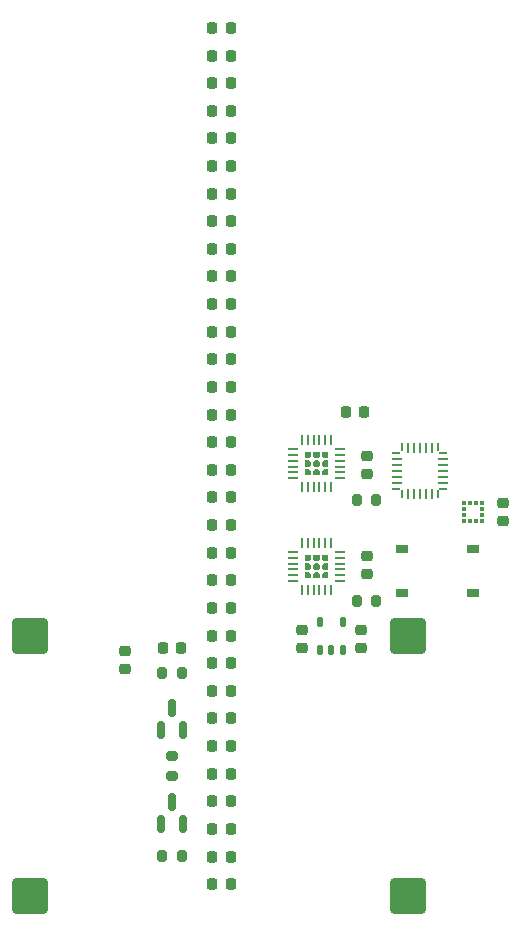
<source format=gbr>
%TF.GenerationSoftware,KiCad,Pcbnew,8.0.1*%
%TF.CreationDate,2024-05-16T01:37:04-04:00*%
%TF.ProjectId,opensauce2024,6f70656e-7361-4756-9365-323032342e6b,rev?*%
%TF.SameCoordinates,Original*%
%TF.FileFunction,Paste,Top*%
%TF.FilePolarity,Positive*%
%FSLAX46Y46*%
G04 Gerber Fmt 4.6, Leading zero omitted, Abs format (unit mm)*
G04 Created by KiCad (PCBNEW 8.0.1) date 2024-05-16 01:37:04*
%MOMM*%
%LPD*%
G01*
G04 APERTURE LIST*
G04 Aperture macros list*
%AMRoundRect*
0 Rectangle with rounded corners*
0 $1 Rounding radius*
0 $2 $3 $4 $5 $6 $7 $8 $9 X,Y pos of 4 corners*
0 Add a 4 corners polygon primitive as box body*
4,1,4,$2,$3,$4,$5,$6,$7,$8,$9,$2,$3,0*
0 Add four circle primitives for the rounded corners*
1,1,$1+$1,$2,$3*
1,1,$1+$1,$4,$5*
1,1,$1+$1,$6,$7*
1,1,$1+$1,$8,$9*
0 Add four rect primitives between the rounded corners*
20,1,$1+$1,$2,$3,$4,$5,0*
20,1,$1+$1,$4,$5,$6,$7,0*
20,1,$1+$1,$6,$7,$8,$9,0*
20,1,$1+$1,$8,$9,$2,$3,0*%
%AMFreePoly0*
4,1,14,0.230680,0.111820,0.364320,-0.021820,0.377500,-0.053640,0.377500,-0.080000,0.364320,-0.111820,0.332500,-0.125000,-0.332500,-0.125000,-0.364320,-0.111820,-0.377500,-0.080000,-0.377500,0.080000,-0.364320,0.111820,-0.332500,0.125000,0.198860,0.125000,0.230680,0.111820,0.230680,0.111820,$1*%
%AMFreePoly1*
4,1,14,0.364320,0.111820,0.377500,0.080000,0.377500,0.053640,0.364320,0.021820,0.230680,-0.111820,0.198860,-0.125000,-0.332500,-0.125000,-0.364320,-0.111820,-0.377500,-0.080000,-0.377500,0.080000,-0.364320,0.111820,-0.332500,0.125000,0.332500,0.125000,0.364320,0.111820,0.364320,0.111820,$1*%
%AMFreePoly2*
4,1,14,0.111820,0.364320,0.125000,0.332500,0.125000,-0.332500,0.111820,-0.364320,0.080000,-0.377500,-0.080000,-0.377500,-0.111820,-0.364320,-0.125000,-0.332500,-0.125000,0.198860,-0.111820,0.230680,0.021820,0.364320,0.053640,0.377500,0.080000,0.377500,0.111820,0.364320,0.111820,0.364320,$1*%
%AMFreePoly3*
4,1,14,-0.021820,0.364320,0.111820,0.230680,0.125000,0.198860,0.125000,-0.332500,0.111820,-0.364320,0.080000,-0.377500,-0.080000,-0.377500,-0.111820,-0.364320,-0.125000,-0.332500,-0.125000,0.332500,-0.111820,0.364320,-0.080000,0.377500,-0.053640,0.377500,-0.021820,0.364320,-0.021820,0.364320,$1*%
%AMFreePoly4*
4,1,14,0.364320,0.111820,0.377500,0.080000,0.377500,-0.080000,0.364320,-0.111820,0.332500,-0.125000,-0.198860,-0.125000,-0.230680,-0.111820,-0.364320,0.021820,-0.377500,0.053640,-0.377500,0.080000,-0.364320,0.111820,-0.332500,0.125000,0.332500,0.125000,0.364320,0.111820,0.364320,0.111820,$1*%
%AMFreePoly5*
4,1,14,0.364320,0.111820,0.377500,0.080000,0.377500,-0.080000,0.364320,-0.111820,0.332500,-0.125000,-0.332500,-0.125000,-0.364320,-0.111820,-0.377500,-0.080000,-0.377500,-0.053640,-0.364320,-0.021820,-0.230680,0.111820,-0.198860,0.125000,0.332500,0.125000,0.364320,0.111820,0.364320,0.111820,$1*%
%AMFreePoly6*
4,1,14,0.111820,0.364320,0.125000,0.332500,0.125000,-0.198860,0.111820,-0.230680,-0.021820,-0.364320,-0.053640,-0.377500,-0.080000,-0.377500,-0.111820,-0.364320,-0.125000,-0.332500,-0.125000,0.332500,-0.111820,0.364320,-0.080000,0.377500,0.080000,0.377500,0.111820,0.364320,0.111820,0.364320,$1*%
%AMFreePoly7*
4,1,14,0.111820,0.364320,0.125000,0.332500,0.125000,-0.332500,0.111820,-0.364320,0.080000,-0.377500,0.053640,-0.377500,0.021820,-0.364320,-0.111820,-0.230680,-0.125000,-0.198860,-0.125000,0.332500,-0.111820,0.364320,-0.080000,0.377500,0.080000,0.377500,0.111820,0.364320,0.111820,0.364320,$1*%
G04 Aperture macros list end*
%ADD10C,0.000000*%
%ADD11RoundRect,0.137500X0.137500X-0.262500X0.137500X0.262500X-0.137500X0.262500X-0.137500X-0.262500X0*%
%ADD12R,0.350000X0.375000*%
%ADD13R,0.375000X0.350000*%
%ADD14RoundRect,0.218750X0.218750X0.256250X-0.218750X0.256250X-0.218750X-0.256250X0.218750X-0.256250X0*%
%ADD15RoundRect,0.225000X-0.250000X0.225000X-0.250000X-0.225000X0.250000X-0.225000X0.250000X0.225000X0*%
%ADD16RoundRect,0.200000X0.200000X0.275000X-0.200000X0.275000X-0.200000X-0.275000X0.200000X-0.275000X0*%
%ADD17RoundRect,0.200000X-0.200000X-0.275000X0.200000X-0.275000X0.200000X0.275000X-0.200000X0.275000X0*%
%ADD18R,0.280000X0.850000*%
%ADD19R,0.850000X0.280000*%
%ADD20RoundRect,0.240000X-1.260000X1.260000X-1.260000X-1.260000X1.260000X-1.260000X1.260000X1.260000X0*%
%ADD21FreePoly0,0.000000*%
%ADD22RoundRect,0.062500X-0.375000X-0.062500X0.375000X-0.062500X0.375000X0.062500X-0.375000X0.062500X0*%
%ADD23FreePoly1,0.000000*%
%ADD24FreePoly2,0.000000*%
%ADD25RoundRect,0.062500X-0.062500X-0.375000X0.062500X-0.375000X0.062500X0.375000X-0.062500X0.375000X0*%
%ADD26FreePoly3,0.000000*%
%ADD27FreePoly4,0.000000*%
%ADD28FreePoly5,0.000000*%
%ADD29FreePoly6,0.000000*%
%ADD30FreePoly7,0.000000*%
%ADD31RoundRect,0.225000X0.250000X-0.225000X0.250000X0.225000X-0.250000X0.225000X-0.250000X-0.225000X0*%
%ADD32RoundRect,0.200000X-0.275000X0.200000X-0.275000X-0.200000X0.275000X-0.200000X0.275000X0.200000X0*%
%ADD33R,1.000000X0.750000*%
%ADD34RoundRect,0.150000X0.150000X-0.587500X0.150000X0.587500X-0.150000X0.587500X-0.150000X-0.587500X0*%
%ADD35RoundRect,0.225000X0.225000X0.250000X-0.225000X0.250000X-0.225000X-0.250000X0.225000X-0.250000X0*%
%ADD36RoundRect,0.240000X1.260000X-1.260000X1.260000X1.260000X-1.260000X1.260000X-1.260000X-1.260000X0*%
G04 APERTURE END LIST*
D10*
%TO.C,U3*%
G36*
X150725070Y-101900000D02*
G01*
X150385121Y-101900000D01*
X150243700Y-101758579D01*
X150243700Y-101418630D01*
X150725070Y-101418630D01*
X150725070Y-101900000D01*
G37*
G36*
X149256300Y-101758579D02*
G01*
X149114879Y-101900000D01*
X148774930Y-101900000D01*
X148774930Y-101418630D01*
X149256300Y-101418630D01*
X149256300Y-101758579D01*
G37*
G36*
X150725070Y-103368770D02*
G01*
X150243700Y-103368770D01*
X150243700Y-103028821D01*
X150385121Y-102887400D01*
X150725070Y-102887400D01*
X150725070Y-103368770D01*
G37*
G36*
X149256300Y-103028821D02*
G01*
X149256300Y-103368770D01*
X148774930Y-103368770D01*
X148774930Y-102887400D01*
X149114879Y-102887400D01*
X149256300Y-103028821D01*
G37*
G36*
X150043700Y-101758579D02*
G01*
X149902279Y-101900000D01*
X149597721Y-101900000D01*
X149456300Y-101758579D01*
X149456300Y-101418630D01*
X150043700Y-101418630D01*
X150043700Y-101758579D01*
G37*
G36*
X150725070Y-102687400D02*
G01*
X150385121Y-102687400D01*
X150243700Y-102545979D01*
X150243700Y-102241421D01*
X150385121Y-102100000D01*
X150725070Y-102100000D01*
X150725070Y-102687400D01*
G37*
G36*
X149256300Y-102241421D02*
G01*
X149256300Y-102545979D01*
X149114879Y-102687400D01*
X148774930Y-102687400D01*
X148774930Y-102100000D01*
X149114879Y-102100000D01*
X149256300Y-102241421D01*
G37*
G36*
X150043700Y-103028821D02*
G01*
X150043700Y-103368770D01*
X149456300Y-103368770D01*
X149456300Y-103028821D01*
X149597721Y-102887400D01*
X149902279Y-102887400D01*
X150043700Y-103028821D01*
G37*
G36*
X150043700Y-102241421D02*
G01*
X150043700Y-102545979D01*
X149902279Y-102687400D01*
X149597721Y-102687400D01*
X149456300Y-102545979D01*
X149456300Y-102241421D01*
X149597721Y-102100000D01*
X149902279Y-102100000D01*
X150043700Y-102241421D01*
G37*
%TO.C,U5*%
G36*
X150725070Y-110612600D02*
G01*
X150385121Y-110612600D01*
X150243700Y-110471179D01*
X150243700Y-110131230D01*
X150725070Y-110131230D01*
X150725070Y-110612600D01*
G37*
G36*
X149256300Y-110471179D02*
G01*
X149114879Y-110612600D01*
X148774930Y-110612600D01*
X148774930Y-110131230D01*
X149256300Y-110131230D01*
X149256300Y-110471179D01*
G37*
G36*
X150725070Y-112081370D02*
G01*
X150243700Y-112081370D01*
X150243700Y-111741421D01*
X150385121Y-111600000D01*
X150725070Y-111600000D01*
X150725070Y-112081370D01*
G37*
G36*
X149256300Y-111741421D02*
G01*
X149256300Y-112081370D01*
X148774930Y-112081370D01*
X148774930Y-111600000D01*
X149114879Y-111600000D01*
X149256300Y-111741421D01*
G37*
G36*
X150043700Y-110471179D02*
G01*
X149902279Y-110612600D01*
X149597721Y-110612600D01*
X149456300Y-110471179D01*
X149456300Y-110131230D01*
X150043700Y-110131230D01*
X150043700Y-110471179D01*
G37*
G36*
X150725070Y-111400000D02*
G01*
X150385121Y-111400000D01*
X150243700Y-111258579D01*
X150243700Y-110954021D01*
X150385121Y-110812600D01*
X150725070Y-110812600D01*
X150725070Y-111400000D01*
G37*
G36*
X149256300Y-110954021D02*
G01*
X149256300Y-111258579D01*
X149114879Y-111400000D01*
X148774930Y-111400000D01*
X148774930Y-110812600D01*
X149114879Y-110812600D01*
X149256300Y-110954021D01*
G37*
G36*
X150043700Y-111741421D02*
G01*
X150043700Y-112081370D01*
X149456300Y-112081370D01*
X149456300Y-111741421D01*
X149597721Y-111600000D01*
X149902279Y-111600000D01*
X150043700Y-111741421D01*
G37*
G36*
X150043700Y-110954021D02*
G01*
X150043700Y-111258579D01*
X149902279Y-111400000D01*
X149597721Y-111400000D01*
X149456300Y-111258579D01*
X149456300Y-110954021D01*
X149597721Y-110812600D01*
X149902279Y-110812600D01*
X150043700Y-110954021D01*
G37*
%TD*%
D11*
%TO.C,U2*%
X150050000Y-118187500D03*
X151000000Y-118187500D03*
X151950000Y-118187500D03*
X151950000Y-115787500D03*
X150050000Y-115787500D03*
%TD*%
D12*
%TO.C,U4*%
X162250000Y-107262500D03*
X162750000Y-107262500D03*
X163250000Y-107262500D03*
X163750000Y-107262500D03*
D13*
X163762500Y-106750000D03*
X163762500Y-106250000D03*
D12*
X163750000Y-105737500D03*
X163250000Y-105737500D03*
X162750000Y-105737500D03*
X162250000Y-105737500D03*
D13*
X162237500Y-106250000D03*
X162237500Y-106750000D03*
%TD*%
D14*
%TO.C,D21*%
X142500000Y-112274180D03*
X140925000Y-112274180D03*
%TD*%
D15*
%TO.C,C4*%
X154000000Y-101725000D03*
X154000000Y-103275000D03*
%TD*%
D14*
%TO.C,D5*%
X142500000Y-74854836D03*
X140925000Y-74854836D03*
%TD*%
D16*
%TO.C,R2*%
X138325000Y-120105000D03*
X136675000Y-120105000D03*
%TD*%
D14*
%TO.C,D30*%
X142500000Y-133322561D03*
X140925000Y-133322561D03*
%TD*%
D17*
%TO.C,R1*%
X153175000Y-114000000D03*
X154825000Y-114000000D03*
%TD*%
D18*
%TO.C,U3*%
X151000000Y-100418700D03*
X150500001Y-100418700D03*
X150000000Y-100418700D03*
X149500000Y-100418700D03*
X148999999Y-100418700D03*
X148500000Y-100418700D03*
D19*
X147775000Y-101143385D03*
X147775000Y-101643511D03*
X147775000Y-102143637D03*
X147775000Y-102643763D03*
X147775000Y-103143889D03*
X147775000Y-103644015D03*
D18*
X148500000Y-104368700D03*
X148999999Y-104368700D03*
X149500000Y-104368700D03*
X150000000Y-104368700D03*
X150500001Y-104368700D03*
X151000000Y-104368700D03*
D19*
X151725000Y-103644015D03*
X151725000Y-103143889D03*
X151725000Y-102643763D03*
X151725000Y-102143637D03*
X151725000Y-101643511D03*
X151725000Y-101143385D03*
%TD*%
D14*
%TO.C,D16*%
X142500000Y-100580635D03*
X140925000Y-100580635D03*
%TD*%
%TO.C,D6*%
X142500000Y-77193545D03*
X140925000Y-77193545D03*
%TD*%
%TO.C,D32*%
X142500000Y-138000000D03*
X140925000Y-138000000D03*
%TD*%
%TO.C,D19*%
X142500000Y-107596762D03*
X140925000Y-107596762D03*
%TD*%
%TO.C,D28*%
X142500000Y-128645143D03*
X140925000Y-128645143D03*
%TD*%
%TO.C,D8*%
X142500000Y-81870963D03*
X140925000Y-81870963D03*
%TD*%
%TO.C,D12*%
X142500000Y-91225799D03*
X140925000Y-91225799D03*
%TD*%
D17*
%TO.C,R5*%
X136675000Y-135600000D03*
X138325000Y-135600000D03*
%TD*%
D14*
%TO.C,D3*%
X142500000Y-70177418D03*
X140925000Y-70177418D03*
%TD*%
%TO.C,D17*%
X142500000Y-102919344D03*
X140925000Y-102919344D03*
%TD*%
D15*
%TO.C,C3*%
X133500000Y-118225000D03*
X133500000Y-119775000D03*
%TD*%
D14*
%TO.C,D22*%
X142500000Y-114612889D03*
X140925000Y-114612889D03*
%TD*%
%TO.C,D31*%
X142500000Y-135661270D03*
X140925000Y-135661270D03*
%TD*%
%TO.C,D9*%
X142500000Y-84209672D03*
X140925000Y-84209672D03*
%TD*%
D20*
%TO.C,BT2*%
X157500000Y-117000000D03*
X157500000Y-139000000D03*
%TD*%
D21*
%TO.C,U1*%
X156502500Y-101500000D03*
D22*
X156562500Y-102000000D03*
X156562500Y-102500000D03*
X156562500Y-103000000D03*
X156562500Y-103500000D03*
X156562500Y-104000000D03*
D23*
X156502500Y-104500000D03*
D24*
X157000000Y-104997500D03*
D25*
X157500000Y-104937500D03*
X158000000Y-104937500D03*
X158500000Y-104937500D03*
X159000000Y-104937500D03*
X159500000Y-104937500D03*
D26*
X160000000Y-104997500D03*
D27*
X160497500Y-104500000D03*
D22*
X160437500Y-104000000D03*
X160437500Y-103500000D03*
X160437500Y-103000000D03*
X160437500Y-102500000D03*
X160437500Y-102000000D03*
D28*
X160497500Y-101500000D03*
D29*
X160000000Y-101002500D03*
D25*
X159500000Y-101062500D03*
X159000000Y-101062500D03*
X158500000Y-101062500D03*
X158000000Y-101062500D03*
X157500000Y-101062500D03*
D30*
X157000000Y-101002500D03*
%TD*%
D31*
%TO.C,C2*%
X153500000Y-118025000D03*
X153500000Y-116475000D03*
%TD*%
D14*
%TO.C,D26*%
X142500000Y-123967725D03*
X140925000Y-123967725D03*
%TD*%
D31*
%TO.C,C1*%
X148500000Y-118025000D03*
X148500000Y-116475000D03*
%TD*%
D32*
%TO.C,R3*%
X137500000Y-127175000D03*
X137500000Y-128825000D03*
%TD*%
D14*
%TO.C,D25*%
X142500000Y-121629016D03*
X140925000Y-121629016D03*
%TD*%
D33*
%TO.C,SW1*%
X163000000Y-113375000D03*
X157000000Y-113375000D03*
X163000000Y-109625000D03*
X157000000Y-109625000D03*
%TD*%
D34*
%TO.C,Q1*%
X136550000Y-124937500D03*
X138450000Y-124937500D03*
X137500000Y-123062500D03*
%TD*%
D14*
%TO.C,D4*%
X142500000Y-72516127D03*
X140925000Y-72516127D03*
%TD*%
D18*
%TO.C,U5*%
X151000000Y-109131300D03*
X150500001Y-109131300D03*
X150000000Y-109131300D03*
X149500000Y-109131300D03*
X148999999Y-109131300D03*
X148500000Y-109131300D03*
D19*
X147775000Y-109855985D03*
X147775000Y-110356111D03*
X147775000Y-110856237D03*
X147775000Y-111356363D03*
X147775000Y-111856489D03*
X147775000Y-112356615D03*
D18*
X148500000Y-113081300D03*
X148999999Y-113081300D03*
X149500000Y-113081300D03*
X150000000Y-113081300D03*
X150500001Y-113081300D03*
X151000000Y-113081300D03*
D19*
X151725000Y-112356615D03*
X151725000Y-111856489D03*
X151725000Y-111356363D03*
X151725000Y-110856237D03*
X151725000Y-110356111D03*
X151725000Y-109855985D03*
%TD*%
D14*
%TO.C,D11*%
X142500000Y-88887090D03*
X140925000Y-88887090D03*
%TD*%
%TO.C,D1*%
X142500000Y-65500000D03*
X140925000Y-65500000D03*
%TD*%
D35*
%TO.C,C6*%
X138275000Y-118000000D03*
X136725000Y-118000000D03*
%TD*%
D14*
%TO.C,D18*%
X142500000Y-105258053D03*
X140925000Y-105258053D03*
%TD*%
D35*
%TO.C,C9*%
X153775000Y-98000000D03*
X152225000Y-98000000D03*
%TD*%
D14*
%TO.C,D7*%
X142500000Y-79532254D03*
X140925000Y-79532254D03*
%TD*%
D31*
%TO.C,C8*%
X154000000Y-111775000D03*
X154000000Y-110225000D03*
%TD*%
D14*
%TO.C,D27*%
X142500000Y-126306434D03*
X140925000Y-126306434D03*
%TD*%
%TO.C,D10*%
X142500000Y-86548381D03*
X140925000Y-86548381D03*
%TD*%
%TO.C,D13*%
X142500000Y-93564508D03*
X140925000Y-93564508D03*
%TD*%
%TO.C,D20*%
X142500000Y-109935471D03*
X140925000Y-109935471D03*
%TD*%
D17*
%TO.C,R4*%
X153175000Y-105500000D03*
X154825000Y-105500000D03*
%TD*%
D14*
%TO.C,D23*%
X142500000Y-116951598D03*
X140925000Y-116951598D03*
%TD*%
D34*
%TO.C,Q2*%
X136550000Y-132937500D03*
X138450000Y-132937500D03*
X137500000Y-131062500D03*
%TD*%
D14*
%TO.C,D14*%
X142500000Y-95903217D03*
X140925000Y-95903217D03*
%TD*%
%TO.C,D15*%
X142500000Y-98241926D03*
X140925000Y-98241926D03*
%TD*%
D15*
%TO.C,C5*%
X165500000Y-105725000D03*
X165500000Y-107275000D03*
%TD*%
D14*
%TO.C,D2*%
X142500000Y-67838709D03*
X140925000Y-67838709D03*
%TD*%
D36*
%TO.C,BT1*%
X125500000Y-139000000D03*
X125500000Y-117000000D03*
%TD*%
D14*
%TO.C,D29*%
X142500000Y-130983852D03*
X140925000Y-130983852D03*
%TD*%
%TO.C,D24*%
X142500000Y-119290307D03*
X140925000Y-119290307D03*
%TD*%
M02*

</source>
